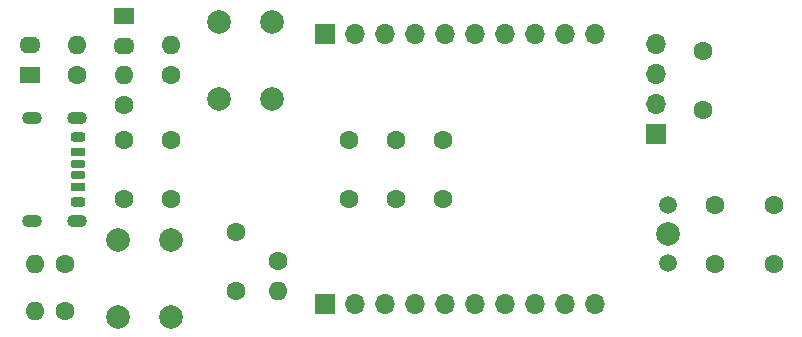
<source format=gts>
G04 Layer: TopSolderMaskLayer*
G04 EasyEDA Pro v2.2.27.1, 2024-09-15 10:59:50*
G04 Gerber Generator version 0.3*
G04 Scale: 100 percent, Rotated: No, Reflected: No*
G04 Dimensions in millimeters*
G04 Leading zeros omitted, absolute positions, 3 integers and 5 decimals*
%TF.GenerationSoftware,KiCad,Pcbnew,8.0.6*%
%TF.CreationDate,2024-11-16T11:12:32+08:00*%
%TF.ProjectId,PY32F002AW15S_mini_system,50593332-4630-4303-9241-573135535f6d,rev?*%
%TF.SameCoordinates,Original*%
%TF.FileFunction,Soldermask,Top*%
%TF.FilePolarity,Negative*%
%FSLAX46Y46*%
G04 Gerber Fmt 4.6, Leading zero omitted, Abs format (unit mm)*
G04 Created by KiCad (PCBNEW 8.0.6) date 2024-11-16 11:12:32*
%MOMM*%
%LPD*%
G01*
G04 APERTURE LIST*
G04 Aperture macros list*
%AMRoundRect*
0 Rectangle with rounded corners*
0 $1 Rounding radius*
0 $2 $3 $4 $5 $6 $7 $8 $9 X,Y pos of 4 corners*
0 Add a 4 corners polygon primitive as box body*
4,1,4,$2,$3,$4,$5,$6,$7,$8,$9,$2,$3,0*
0 Add four circle primitives for the rounded corners*
1,1,$1+$1,$2,$3*
1,1,$1+$1,$4,$5*
1,1,$1+$1,$6,$7*
1,1,$1+$1,$8,$9*
0 Add four rect primitives between the rounded corners*
20,1,$1+$1,$2,$3,$4,$5,0*
20,1,$1+$1,$4,$5,$6,$7,0*
20,1,$1+$1,$6,$7,$8,$9,0*
20,1,$1+$1,$8,$9,$2,$3,0*%
G04 Aperture macros list end*
%ADD10C,1.600000*%
%ADD11RoundRect,0.175000X-0.425000X0.175000X-0.425000X-0.175000X0.425000X-0.175000X0.425000X0.175000X0*%
%ADD12RoundRect,0.190000X0.410000X-0.190000X0.410000X0.190000X-0.410000X0.190000X-0.410000X-0.190000X0*%
%ADD13RoundRect,0.200000X0.400000X-0.200000X0.400000X0.200000X-0.400000X0.200000X-0.400000X-0.200000X0*%
%ADD14RoundRect,0.175000X0.425000X-0.175000X0.425000X0.175000X-0.425000X0.175000X-0.425000X-0.175000X0*%
%ADD15RoundRect,0.190000X-0.410000X0.190000X-0.410000X-0.190000X0.410000X-0.190000X0.410000X0.190000X0*%
%ADD16RoundRect,0.200000X-0.400000X0.200000X-0.400000X-0.200000X0.400000X-0.200000X0.400000X0.200000X0*%
%ADD17O,1.700000X1.100000*%
%ADD18R,1.800000X1.400000*%
%ADD19O,1.800000X1.400000*%
%ADD20C,1.500000*%
%ADD21C,2.000000*%
%ADD22O,1.600000X1.600000*%
%ADD23R,1.700000X1.700000*%
%ADD24O,1.700000X1.700000*%
G04 APERTURE END LIST*
D10*
%TO.C,C10*%
X120450000Y-125300000D03*
X120450000Y-120300000D03*
%TD*%
D11*
%TO.C,J1*%
X107080000Y-114500000D03*
D12*
X107080000Y-116520000D03*
D13*
X107080000Y-117750000D03*
D14*
X107080000Y-115500000D03*
D15*
X107080000Y-113480000D03*
D16*
X107080000Y-112250000D03*
D17*
X107000000Y-110680000D03*
X103200000Y-110680000D03*
X107000000Y-119320000D03*
X103200000Y-119320000D03*
%TD*%
D18*
%TO.C,LED1*%
X103000000Y-107000000D03*
D19*
X103000000Y-104460000D03*
%TD*%
D20*
%TO.C,X1*%
X157000000Y-118000000D03*
D21*
X157000000Y-120440000D03*
D20*
X157000000Y-122880000D03*
%TD*%
D10*
%TO.C,R1*%
X107000000Y-107000000D03*
D22*
X107000000Y-104460000D03*
%TD*%
D21*
%TO.C,SW2*%
X119000000Y-109000000D03*
X119000000Y-102500000D03*
X123500000Y-109000000D03*
X123500000Y-102500000D03*
%TD*%
D18*
%TO.C,LED2*%
X111000000Y-102000000D03*
D19*
X111000000Y-104540000D03*
%TD*%
D10*
%TO.C,R4*%
X106000000Y-123000000D03*
D22*
X103460000Y-123000000D03*
%TD*%
D10*
%TO.C,R3*%
X106000000Y-127000000D03*
D22*
X103460000Y-127000000D03*
%TD*%
D10*
%TO.C,C1*%
X111000000Y-112500000D03*
X111000000Y-117500000D03*
%TD*%
D21*
%TO.C,SW1*%
X115000000Y-121000000D03*
X115000000Y-127500000D03*
X110500000Y-121000000D03*
X110500000Y-127500000D03*
%TD*%
D10*
%TO.C,C2*%
X115000000Y-112500000D03*
X115000000Y-117500000D03*
%TD*%
D23*
%TO.C,J2*%
X156000000Y-112000000D03*
D24*
X156000000Y-109460000D03*
X156000000Y-106920000D03*
X156000000Y-104380000D03*
%TD*%
D10*
%TO.C,R6*%
X115000000Y-107000000D03*
D22*
X115000000Y-104460000D03*
%TD*%
D10*
%TO.C,C8*%
X161000000Y-123000000D03*
X166000000Y-123000000D03*
%TD*%
%TO.C,R2*%
X111000000Y-109500000D03*
D22*
X111000000Y-106960000D03*
%TD*%
D10*
%TO.C,R5*%
X124000000Y-122705000D03*
D22*
X124000000Y-125245000D03*
%TD*%
D23*
%TO.C,J3*%
X128000000Y-126415800D03*
D24*
X130540000Y-126415800D03*
X133080000Y-126415800D03*
X135620000Y-126415800D03*
X138160000Y-126415800D03*
X140700000Y-126415800D03*
X143240000Y-126415800D03*
X145780000Y-126415800D03*
X148320000Y-126415800D03*
X150860000Y-126415800D03*
%TD*%
D23*
%TO.C,J5*%
X128000000Y-103555800D03*
D24*
X130540000Y-103555800D03*
X133080000Y-103555800D03*
X135620000Y-103555800D03*
X138160000Y-103555800D03*
X140700000Y-103555800D03*
X143240000Y-103555800D03*
X145780000Y-103555800D03*
X148320000Y-103555800D03*
X150860000Y-103555800D03*
%TD*%
D10*
%TO.C,C9*%
X160000000Y-110000000D03*
X160000000Y-105000000D03*
%TD*%
%TO.C,C5*%
X134000000Y-112500000D03*
X134000000Y-117500000D03*
%TD*%
%TO.C,C7*%
X161000000Y-118000000D03*
X166000000Y-118000000D03*
%TD*%
%TO.C,C6*%
X138000000Y-112500000D03*
X138000000Y-117500000D03*
%TD*%
%TO.C,C4*%
X130000000Y-112500000D03*
X130000000Y-117500000D03*
%TD*%
M02*

</source>
